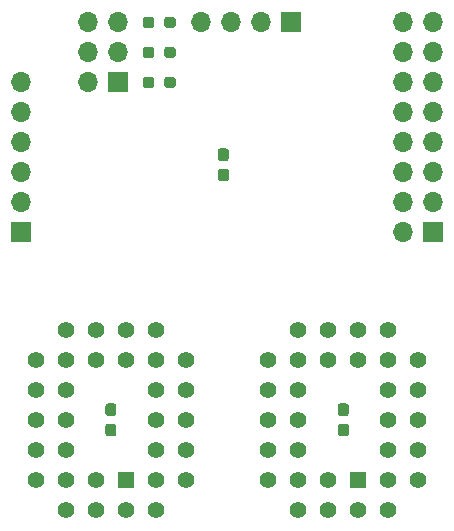
<source format=gbr>
%TF.GenerationSoftware,KiCad,Pcbnew,(5.1.10)-1*%
%TF.CreationDate,2021-12-30T15:20:09-05:00*%
%TF.ProjectId,LPCMangler,4c50434d-616e-4676-9c65-722e6b696361,rev?*%
%TF.SameCoordinates,Original*%
%TF.FileFunction,Soldermask,Top*%
%TF.FilePolarity,Negative*%
%FSLAX46Y46*%
G04 Gerber Fmt 4.6, Leading zero omitted, Abs format (unit mm)*
G04 Created by KiCad (PCBNEW (5.1.10)-1) date 2021-12-30 15:20:09*
%MOMM*%
%LPD*%
G01*
G04 APERTURE LIST*
%ADD10C,1.422400*%
%ADD11R,1.422400X1.422400*%
%ADD12O,1.700000X1.700000*%
%ADD13R,1.700000X1.700000*%
G04 APERTURE END LIST*
%TO.C,R3*%
G36*
G01*
X149712500Y-67707500D02*
X149712500Y-68182500D01*
G75*
G02*
X149475000Y-68420000I-237500J0D01*
G01*
X148975000Y-68420000D01*
G75*
G02*
X148737500Y-68182500I0J237500D01*
G01*
X148737500Y-67707500D01*
G75*
G02*
X148975000Y-67470000I237500J0D01*
G01*
X149475000Y-67470000D01*
G75*
G02*
X149712500Y-67707500I0J-237500D01*
G01*
G37*
G36*
G01*
X151537500Y-67707500D02*
X151537500Y-68182500D01*
G75*
G02*
X151300000Y-68420000I-237500J0D01*
G01*
X150800000Y-68420000D01*
G75*
G02*
X150562500Y-68182500I0J237500D01*
G01*
X150562500Y-67707500D01*
G75*
G02*
X150800000Y-67470000I237500J0D01*
G01*
X151300000Y-67470000D01*
G75*
G02*
X151537500Y-67707500I0J-237500D01*
G01*
G37*
%TD*%
%TO.C,R2*%
G36*
G01*
X149712500Y-70247500D02*
X149712500Y-70722500D01*
G75*
G02*
X149475000Y-70960000I-237500J0D01*
G01*
X148975000Y-70960000D01*
G75*
G02*
X148737500Y-70722500I0J237500D01*
G01*
X148737500Y-70247500D01*
G75*
G02*
X148975000Y-70010000I237500J0D01*
G01*
X149475000Y-70010000D01*
G75*
G02*
X149712500Y-70247500I0J-237500D01*
G01*
G37*
G36*
G01*
X151537500Y-70247500D02*
X151537500Y-70722500D01*
G75*
G02*
X151300000Y-70960000I-237500J0D01*
G01*
X150800000Y-70960000D01*
G75*
G02*
X150562500Y-70722500I0J237500D01*
G01*
X150562500Y-70247500D01*
G75*
G02*
X150800000Y-70010000I237500J0D01*
G01*
X151300000Y-70010000D01*
G75*
G02*
X151537500Y-70247500I0J-237500D01*
G01*
G37*
%TD*%
%TO.C,R1*%
G36*
G01*
X149712500Y-72787500D02*
X149712500Y-73262500D01*
G75*
G02*
X149475000Y-73500000I-237500J0D01*
G01*
X148975000Y-73500000D01*
G75*
G02*
X148737500Y-73262500I0J237500D01*
G01*
X148737500Y-72787500D01*
G75*
G02*
X148975000Y-72550000I237500J0D01*
G01*
X149475000Y-72550000D01*
G75*
G02*
X149712500Y-72787500I0J-237500D01*
G01*
G37*
G36*
G01*
X151537500Y-72787500D02*
X151537500Y-73262500D01*
G75*
G02*
X151300000Y-73500000I-237500J0D01*
G01*
X150800000Y-73500000D01*
G75*
G02*
X150562500Y-73262500I0J237500D01*
G01*
X150562500Y-72787500D01*
G75*
G02*
X150800000Y-72550000I237500J0D01*
G01*
X151300000Y-72550000D01*
G75*
G02*
X151537500Y-72787500I0J-237500D01*
G01*
G37*
%TD*%
D10*
%TO.C,U2*%
X152400000Y-106680000D03*
X152400000Y-104140000D03*
X152400000Y-101600000D03*
X152400000Y-99060000D03*
X149860000Y-104140000D03*
X149860000Y-101600000D03*
X149860000Y-99060000D03*
X149860000Y-96520000D03*
X149860000Y-93980000D03*
X147320000Y-93980000D03*
X144780000Y-93980000D03*
X142240000Y-93980000D03*
X152400000Y-96520000D03*
X147320000Y-96520000D03*
X144780000Y-96520000D03*
X142240000Y-96520000D03*
X139700000Y-96520000D03*
X139700000Y-99060000D03*
X139700000Y-101600000D03*
X139700000Y-104140000D03*
X139700000Y-106680000D03*
X142240000Y-99060000D03*
X142240000Y-101600000D03*
X142240000Y-104140000D03*
X142240000Y-106680000D03*
X149860000Y-109220000D03*
X147320000Y-109220000D03*
X142240000Y-109220000D03*
X144780000Y-109220000D03*
X149860000Y-106680000D03*
X144780000Y-106680000D03*
D11*
X147320000Y-106680000D03*
%TD*%
D10*
%TO.C,U1*%
X172085000Y-106680000D03*
X172085000Y-104140000D03*
X172085000Y-101600000D03*
X172085000Y-99060000D03*
X169545000Y-104140000D03*
X169545000Y-101600000D03*
X169545000Y-99060000D03*
X169545000Y-96520000D03*
X169545000Y-93980000D03*
X167005000Y-93980000D03*
X164465000Y-93980000D03*
X161925000Y-93980000D03*
X172085000Y-96520000D03*
X167005000Y-96520000D03*
X164465000Y-96520000D03*
X161925000Y-96520000D03*
X159385000Y-96520000D03*
X159385000Y-99060000D03*
X159385000Y-101600000D03*
X159385000Y-104140000D03*
X159385000Y-106680000D03*
X161925000Y-99060000D03*
X161925000Y-101600000D03*
X161925000Y-104140000D03*
X161925000Y-106680000D03*
X169545000Y-109220000D03*
X167005000Y-109220000D03*
X161925000Y-109220000D03*
X164465000Y-109220000D03*
X169545000Y-106680000D03*
X164465000Y-106680000D03*
D11*
X167005000Y-106680000D03*
%TD*%
D12*
%TO.C,JP1*%
X144145000Y-67945000D03*
X146685000Y-67945000D03*
X144145000Y-70485000D03*
X146685000Y-70485000D03*
X144145000Y-73025000D03*
D13*
X146685000Y-73025000D03*
%TD*%
D12*
%TO.C,J3*%
X153670000Y-67945000D03*
X156210000Y-67945000D03*
X158750000Y-67945000D03*
D13*
X161290000Y-67945000D03*
%TD*%
D12*
%TO.C,J2*%
X138430000Y-73025000D03*
X138430000Y-75565000D03*
X138430000Y-78105000D03*
X138430000Y-80645000D03*
X138430000Y-83185000D03*
D13*
X138430000Y-85725000D03*
%TD*%
D12*
%TO.C,J1*%
X170815000Y-67945000D03*
X173355000Y-67945000D03*
X170815000Y-70485000D03*
X173355000Y-70485000D03*
X170815000Y-73025000D03*
X173355000Y-73025000D03*
X170815000Y-75565000D03*
X173355000Y-75565000D03*
X170815000Y-78105000D03*
X173355000Y-78105000D03*
X170815000Y-80645000D03*
X173355000Y-80645000D03*
X170815000Y-83185000D03*
X173355000Y-83185000D03*
X170815000Y-85725000D03*
D13*
X173355000Y-85725000D03*
%TD*%
%TO.C,C3*%
G36*
G01*
X155337500Y-80335000D02*
X155812500Y-80335000D01*
G75*
G02*
X156050000Y-80572500I0J-237500D01*
G01*
X156050000Y-81172500D01*
G75*
G02*
X155812500Y-81410000I-237500J0D01*
G01*
X155337500Y-81410000D01*
G75*
G02*
X155100000Y-81172500I0J237500D01*
G01*
X155100000Y-80572500D01*
G75*
G02*
X155337500Y-80335000I237500J0D01*
G01*
G37*
G36*
G01*
X155337500Y-78610000D02*
X155812500Y-78610000D01*
G75*
G02*
X156050000Y-78847500I0J-237500D01*
G01*
X156050000Y-79447500D01*
G75*
G02*
X155812500Y-79685000I-237500J0D01*
G01*
X155337500Y-79685000D01*
G75*
G02*
X155100000Y-79447500I0J237500D01*
G01*
X155100000Y-78847500D01*
G75*
G02*
X155337500Y-78610000I237500J0D01*
G01*
G37*
%TD*%
%TO.C,C2*%
G36*
G01*
X146287500Y-101275000D02*
X145812500Y-101275000D01*
G75*
G02*
X145575000Y-101037500I0J237500D01*
G01*
X145575000Y-100437500D01*
G75*
G02*
X145812500Y-100200000I237500J0D01*
G01*
X146287500Y-100200000D01*
G75*
G02*
X146525000Y-100437500I0J-237500D01*
G01*
X146525000Y-101037500D01*
G75*
G02*
X146287500Y-101275000I-237500J0D01*
G01*
G37*
G36*
G01*
X146287500Y-103000000D02*
X145812500Y-103000000D01*
G75*
G02*
X145575000Y-102762500I0J237500D01*
G01*
X145575000Y-102162500D01*
G75*
G02*
X145812500Y-101925000I237500J0D01*
G01*
X146287500Y-101925000D01*
G75*
G02*
X146525000Y-102162500I0J-237500D01*
G01*
X146525000Y-102762500D01*
G75*
G02*
X146287500Y-103000000I-237500J0D01*
G01*
G37*
%TD*%
%TO.C,C1*%
G36*
G01*
X165972500Y-101275000D02*
X165497500Y-101275000D01*
G75*
G02*
X165260000Y-101037500I0J237500D01*
G01*
X165260000Y-100437500D01*
G75*
G02*
X165497500Y-100200000I237500J0D01*
G01*
X165972500Y-100200000D01*
G75*
G02*
X166210000Y-100437500I0J-237500D01*
G01*
X166210000Y-101037500D01*
G75*
G02*
X165972500Y-101275000I-237500J0D01*
G01*
G37*
G36*
G01*
X165972500Y-103000000D02*
X165497500Y-103000000D01*
G75*
G02*
X165260000Y-102762500I0J237500D01*
G01*
X165260000Y-102162500D01*
G75*
G02*
X165497500Y-101925000I237500J0D01*
G01*
X165972500Y-101925000D01*
G75*
G02*
X166210000Y-102162500I0J-237500D01*
G01*
X166210000Y-102762500D01*
G75*
G02*
X165972500Y-103000000I-237500J0D01*
G01*
G37*
%TD*%
M02*

</source>
